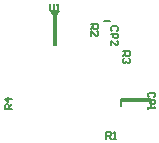
<source format=gto>
%FSTAX43Y43*%
%MOMM*%
%SFA1B1*%

%IPPOS*%
%ADD26C,0.200000*%
%ADD27C,0.150000*%
%LNpcb2-1*%
%LPD*%
G54D26*
X0071011Y0084174D02*
D01*
X0071012Y0084158*
X0071014Y0084141*
X0071017Y0084125*
X0071021Y0084109*
X0071026Y0084093*
X0071032Y0084078*
X0071039Y0084063*
X0071047Y0084049*
X0071057Y0084035*
X0071067Y0084022*
X0071078Y008401*
X007109Y0083998*
X0071103Y0083988*
X0071116Y0083978*
X007113Y0083969*
X0071145Y0083961*
X007116Y0083955*
X0071175Y0083949*
X0071191Y0083945*
X0071207Y0083941*
X0071224Y0083939*
X007124Y0083938*
X0071257*
X0071273Y0083939*
X007129Y0083941*
X0071306Y0083945*
X0071322Y0083949*
X0071337Y0083955*
X0071352Y0083961*
X0071367Y0083969*
X0071381Y0083978*
X0071394Y0083988*
X0071407Y0083998*
X0071419Y008401*
X007143Y0084022*
X007144Y0084035*
X0071449Y0084049*
X0071458Y0084063*
X0071465Y0084078*
X0071471Y0084093*
X0071476Y0084109*
X007148Y0084125*
X0071483Y0084141*
X0071485Y0084158*
X0071487Y0084174*
X0075449Y0083399D02*
X0075949D01*
X0071011Y0084174D02*
X0071334D01*
X0071164D02*
X0071487D01*
X0071164Y0081324D02*
Y0084174D01*
Y0081324D02*
X0071334D01*
Y0084174*
X0076849Y0076609D02*
X0079349D01*
X0076849Y0076799D02*
X0079349D01*
X0076849Y0076199D02*
Y0076799D01*
X0079349Y0076199D02*
Y0076799D01*
G54D27*
X0076499Y0082499D02*
X0076599Y0082599D01*
Y0082799*
X0076499Y0082899*
X0076099*
X0075999Y0082799*
Y0082599*
X0076099Y0082499*
X0075999Y0082299D02*
X0076599D01*
Y0081999*
X0076499Y0081899*
X0076299*
X0076199Y0081999*
Y0082299*
X0075999Y00813D02*
Y0081699D01*
X0076399Y00813*
X0076499*
X0076599Y0081399*
Y0081599*
X0076499Y0081699*
X0074299Y0083099D02*
X0074899D01*
Y0082799*
X0074799Y0082699*
X0074599*
X0074499Y0082799*
Y0083099*
Y0082899D02*
X0074299Y0082699D01*
Y0082099D02*
Y0082499D01*
X0074699Y0082099*
X0074799*
X0074899Y0082199*
Y0082399*
X0074799Y0082499*
X0070799Y0084799D02*
Y0084299D01*
X0070899Y0084199*
X0071099*
X0071199Y0084299*
Y0084799*
X0071399Y0084199D02*
X0071599D01*
X0071499*
Y0084799*
X0071399Y0084699*
X0067599Y0075899D02*
X0066999D01*
Y0076199*
X0067099Y0076299*
X0067299*
X0067399Y0076199*
Y0075899*
Y0076099D02*
X0067599Y0076299D01*
Y0076799D02*
X0066999D01*
X0067299Y0076499*
Y0076899*
X0076999Y0080799D02*
X0077599D01*
Y0080499*
X0077499Y0080399*
X0077299*
X0077199Y0080499*
Y0080799*
Y0080599D02*
X0076999Y0080399D01*
X0077499Y0080199D02*
X0077599Y0080099D01*
Y0079899*
X0077499Y0079799*
X0077399*
X0077299Y0079899*
Y0079999*
Y0079899*
X0077199Y0079799*
X0077099*
X0076999Y0079899*
Y0080099*
X0077099Y0080199*
X0075599Y0073399D02*
Y0073999D01*
X0075899*
X0075999Y0073899*
Y0073699*
X0075899Y0073599*
X0075599*
X0075799D02*
X0075999Y0073399D01*
X0076199D02*
X0076399D01*
X0076299*
Y0073999*
X0076199Y0073899*
X0079599Y0076899D02*
X0079699Y0076999D01*
Y0077199*
X0079599Y0077299*
X0079199*
X0079099Y0077199*
Y0076999*
X0079199Y0076899*
X0079099Y0076699D02*
X0079699D01*
Y0076399*
X0079599Y0076299*
X0079399*
X0079299Y0076399*
Y0076699*
X0079099Y0076099D02*
Y0075899D01*
Y0075999*
X0079699*
X0079599Y0076099*
M02*
</source>
